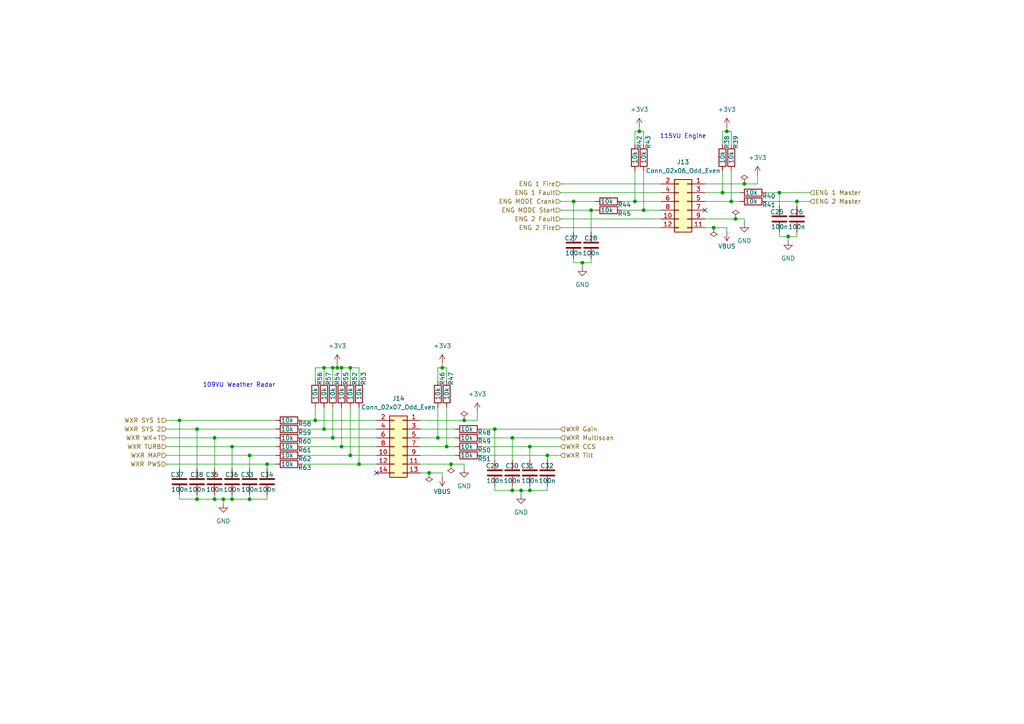
<source format=kicad_sch>
(kicad_sch (version 20231120) (generator "eeschema") (generator_version "8.0")
  (paper "A4")
  (lib_symbols
    (symbol "Connector_Generic:Conn_02x06_Odd_Even" (pin_names (offset 1.016) hide)
      (property "Reference" "J" (at 1.27 7.62 0))
      (property "Value" "Conn_02x06_Odd_Even" (at 1.27 -10.16 0))
      (symbol "Conn_02x06_Odd_Even_1_1"
        (rectangle (start -1.27 -7.493) (end 0 -7.747) (stroke (width 0.1524)))
        (rectangle (start -1.27 -4.953) (end 0 -5.207) (stroke (width 0.1524)))
        (rectangle (start -1.27 -2.413) (end 0 -2.667) (stroke (width 0.1524)))
        (rectangle (start -1.27 0.127) (end 0 -0.127) (stroke (width 0.1524)))
        (rectangle (start -1.27 2.667) (end 0 2.413) (stroke (width 0.1524)))
        (rectangle (start -1.27 5.207) (end 0 4.953) (stroke (width 0.1524)))
        (rectangle (start -1.27 6.35) (end 3.81 -8.89) (stroke (width 0.254)) (fill (type background)))
        (rectangle (start 3.81 -7.493) (end 2.54 -7.747) (stroke (width 0.1524)))
        (rectangle (start 3.81 -4.953) (end 2.54 -5.207) (stroke (width 0.1524)))
        (rectangle (start 3.81 -2.413) (end 2.54 -2.667) (stroke (width 0.1524)))
        (rectangle (start 3.81 0.127) (end 2.54 -0.127) (stroke (width 0.1524)))
        (rectangle (start 3.81 2.667) (end 2.54 2.413) (stroke (width 0.1524)))
        (rectangle (start 3.81 5.207) (end 2.54 4.953) (stroke (width 0.1524)))
        (pin passive line (at -5.08 5.08 0) (length 3.81) (name "Pin_1") (number "1"))
        (pin passive line (at 7.62 -5.08 180) (length 3.81) (name "Pin_10") (number "10"))
        (pin passive line (at -5.08 -7.62 0) (length 3.81) (name "Pin_11") (number "11"))
        (pin passive line (at 7.62 -7.62 180) (length 3.81) (name "Pin_12") (number "12"))
        (pin passive line (at 7.62 5.08 180) (length 3.81) (name "Pin_2") (number "2"))
        (pin passive line (at -5.08 2.54 0) (length 3.81) (name "Pin_3") (number "3"))
        (pin passive line (at 7.62 2.54 180) (length 3.81) (name "Pin_4") (number "4"))
        (pin passive line (at -5.08 0 0) (length 3.81) (name "Pin_5") (number "5"))
        (pin passive line (at 7.62 0 180) (length 3.81) (name "Pin_6") (number "6"))
        (pin passive line (at -5.08 -2.54 0) (length 3.81) (name "Pin_7") (number "7"))
        (pin passive line (at 7.62 -2.54 180) (length 3.81) (name "Pin_8") (number "8"))
        (pin passive line (at -5.08 -5.08 0) (length 3.81) (name "Pin_9") (number "9"))
      )
    )
    (symbol "Connector_Generic:Conn_02x07_Odd_Even" (pin_names (offset 1.016) hide)
      (property "Reference" "J" (at 1.27 10.16 0))
      (property "Value" "Conn_02x07_Odd_Even" (at 1.27 -10.16 0))
      (symbol "Conn_02x07_Odd_Even_1_1"
        (rectangle (start -1.27 -7.493) (end 0 -7.747) (stroke (width 0.1524)))
        (rectangle (start -1.27 -4.953) (end 0 -5.207) (stroke (width 0.1524)))
        (rectangle (start -1.27 -2.413) (end 0 -2.667) (stroke (width 0.1524)))
        (rectangle (start -1.27 0.127) (end 0 -0.127) (stroke (width 0.1524)))
        (rectangle (start -1.27 2.667) (end 0 2.413) (stroke (width 0.1524)))
        (rectangle (start -1.27 5.207) (end 0 4.953) (stroke (width 0.1524)))
        (rectangle (start -1.27 7.747) (end 0 7.493) (stroke (width 0.1524)))
        (rectangle (start -1.27 8.89) (end 3.81 -8.89) (stroke (width 0.254)) (fill (type background)))
        (rectangle (start 3.81 -7.493) (end 2.54 -7.747) (stroke (width 0.1524)))
        (rectangle (start 3.81 -4.953) (end 2.54 -5.207) (stroke (width 0.1524)))
        (rectangle (start 3.81 -2.413) (end 2.54 -2.667) (stroke (width 0.1524)))
        (rectangle (start 3.81 0.127) (end 2.54 -0.127) (stroke (width 0.1524)))
        (rectangle (start 3.81 2.667) (end 2.54 2.413) (stroke (width 0.1524)))
        (rectangle (start 3.81 5.207) (end 2.54 4.953) (stroke (width 0.1524)))
        (rectangle (start 3.81 7.747) (end 2.54 7.493) (stroke (width 0.1524)))
        (pin passive line (at -5.08 7.62 0) (length 3.81) (name "Pin_1") (number "1"))
        (pin passive line (at 7.62 -2.54 180) (length 3.81) (name "Pin_10") (number "10"))
        (pin passive line (at -5.08 -5.08 0) (length 3.81) (name "Pin_11") (number "11"))
        (pin passive line (at 7.62 -5.08 180) (length 3.81) (name "Pin_12") (number "12"))
        (pin passive line (at -5.08 -7.62 0) (length 3.81) (name "Pin_13") (number "13"))
        (pin passive line (at 7.62 -7.62 180) (length 3.81) (name "Pin_14") (number "14"))
        (pin passive line (at 7.62 7.62 180) (length 3.81) (name "Pin_2") (number "2"))
        (pin passive line (at -5.08 5.08 0) (length 3.81) (name "Pin_3") (number "3"))
        (pin passive line (at 7.62 5.08 180) (length 3.81) (name "Pin_4") (number "4"))
        (pin passive line (at -5.08 2.54 0) (length 3.81) (name "Pin_5") (number "5"))
        (pin passive line (at 7.62 2.54 180) (length 3.81) (name "Pin_6") (number "6"))
        (pin passive line (at -5.08 0 0) (length 3.81) (name "Pin_7") (number "7"))
        (pin passive line (at 7.62 0 180) (length 3.81) (name "Pin_8") (number "8"))
        (pin passive line (at -5.08 -2.54 0) (length 3.81) (name "Pin_9") (number "9"))
      )
    )
    (symbol "Device:C" (pin_numbers hide) (pin_names (offset 0.254))
      (property "Reference" "C" (at 0.635 2.54 0))
      (property "Value" "C" (at 0.635 -2.54 0))
      (symbol "C_0_1"
        (polyline (pts (xy -2.032 -0.762) (xy 2.032 -0.762)) (stroke (width 0.508)))
        (polyline (pts (xy -2.032 0.762) (xy 2.032 0.762)) (stroke (width 0.508)))
      )
      (symbol "C_1_1"
        (pin passive line (at 0 3.81 270) (length 2.794) (name "~") (number "1"))
        (pin passive line (at 0 -3.81 90) (length 2.794) (name "~") (number "2"))
      )
    )
    (symbol "Device:R" (pin_numbers hide) (pin_names (offset 0))
      (property "Reference" "R" (at 2.032 0 90))
      (property "Value" "R" (at 0 0 90))
      (symbol "R_0_1"
        (rectangle (start -1.016 -2.54) (end 1.016 2.54) (stroke (width 0.254)))
      )
      (symbol "R_1_1"
        (pin passive line (at 0 3.81 270) (length 1.27) (name "~") (number "1"))
        (pin passive line (at 0 -3.81 90) (length 1.27) (name "~") (number "2"))
      )
    )
    (symbol "power:+3V3" (power) (pin_numbers hide) (pin_names (offset 0) hide)
      (property "Value" "+3V3" (at 0 3.556 0))
      (symbol "+3V3_0_1"
        (polyline (pts (xy -0.762 1.27) (xy 0 2.54)))
        (polyline (pts (xy 0 0) (xy 0 2.54)))
        (polyline (pts (xy 0 2.54) (xy 0.762 1.27)))
      )
      (symbol "+3V3_1_1"
        (pin power_in line (at 0 0 90) (length 0) (name "~") (number "1"))
      )
    )
    (symbol "power:GND" (power) (pin_numbers hide) (pin_names (offset 0) hide)
      (property "Value" "GND" (at 0 -3.81 0))
      (symbol "GND_0_1"
        (polyline (pts (xy 0 0) (xy 0 -1.27) (xy 1.27 -1.27) (xy 0 -2.54) (xy -1.27 -1.27) (xy 0 -1.27)))
      )
      (symbol "GND_1_1"
        (pin power_in line (at 0 0 270) (length 0) (name "~") (number "1"))
      )
    )
    (symbol "power:PWR_FLAG" (power) (pin_numbers hide) (pin_names (offset 0) hide)
      (property "Value" "PWR_FLAG" (at 0 3.81 0))
      (symbol "PWR_FLAG_0_0"
        (pin power_out line (at 0 0 90) (length 0) (name "pwr") (number "1"))
      )
      (symbol "PWR_FLAG_0_1"
        (polyline (pts (xy 0 0) (xy 0 1.27) (xy -1.016 1.905) (xy 0 2.54) (xy 1.016 1.905) (xy 0 1.27)))
      )
    )
    (symbol "power:VBUS" (power) (pin_numbers hide) (pin_names (offset 0) hide)
      (property "Value" "VBUS" (at 0 3.556 0))
      (symbol "VBUS_0_1"
        (polyline (pts (xy -0.762 1.27) (xy 0 2.54)))
        (polyline (pts (xy 0 0) (xy 0 2.54)))
        (polyline (pts (xy 0 2.54) (xy 0.762 1.27)))
      )
      (symbol "VBUS_1_1"
        (pin power_in line (at 0 0 90) (length 0) (name "~") (number "1"))
      )
    )
  )
  (junction (at 153.67 129.54))
  (junction (at 148.59 142.24))
  (junction (at 212.09 58.42))
  (junction (at 171.45 60.96))
  (junction (at 148.59 127))
  (junction (at 91.44 121.92))
  (junction (at 52.07 121.92))
  (junction (at 153.67 142.24))
  (junction (at 104.14 134.62))
  (junction (at 93.98 124.46))
  (junction (at 184.15 58.42))
  (junction (at 226.06 55.88))
  (junction (at 134.62 121.92))
  (junction (at 97.79 106.68))
  (junction (at 67.31 144.78))
  (junction (at 57.15 124.46))
  (junction (at 99.06 106.68))
  (junction (at 128.27 106.68))
  (junction (at 213.36 63.5))
  (junction (at 207.01 66.04))
  (junction (at 101.6 106.68))
  (junction (at 209.55 55.88))
  (junction (at 158.75 132.08))
  (junction (at 168.91 76.2))
  (junction (at 67.31 129.54))
  (junction (at 127 127))
  (junction (at 151.13 142.24))
  (junction (at 210.82 38.1))
  (junction (at 124.46 137.16))
  (junction (at 186.69 60.96))
  (junction (at 62.23 144.78))
  (junction (at 231.14 58.42))
  (junction (at 185.42 38.1))
  (junction (at 77.47 134.62))
  (junction (at 129.54 129.54))
  (junction (at 130.81 134.62))
  (junction (at 96.52 127))
  (junction (at 64.77 144.78))
  (junction (at 166.37 58.42))
  (junction (at 72.39 132.08))
  (junction (at 96.52 106.68))
  (junction (at 57.15 144.78))
  (junction (at 72.39 144.78))
  (junction (at 143.51 124.46))
  (junction (at 101.6 132.08))
  (junction (at 62.23 127))
  (junction (at 215.9 53.34))
  (junction (at 228.6 68.58))
  (junction (at 99.06 129.54))
  (junction (at 93.98 106.68))
  (no_connect (at 204.47 60.96))
  (no_connect (at 109.22 137.16))
  (wire (pts (xy 231.14 68.58) (xy 228.6 68.58)))
  (wire (pts (xy 138.43 119.38) (xy 138.43 121.92)))
  (wire (pts (xy 148.59 127) (xy 148.59 133.35)))
  (wire (pts (xy 72.39 132.08) (xy 80.01 132.08)))
  (wire (pts (xy 158.75 132.08) (xy 158.75 133.35)))
  (wire (pts (xy 212.09 49.53) (xy 212.09 58.42)))
  (wire (pts (xy 52.07 144.78) (xy 57.15 144.78)))
  (wire (pts (xy 93.98 124.46) (xy 109.22 124.46)))
  (wire (pts (xy 77.47 134.62) (xy 80.01 134.62)))
  (wire (pts (xy 139.7 129.54) (xy 153.67 129.54)))
  (wire (pts (xy 101.6 106.68) (xy 101.6 110.49)))
  (wire (pts (xy 204.47 63.5) (xy 213.36 63.5)))
  (wire (pts (xy 228.6 68.58) (xy 226.06 68.58)))
  (wire (pts (xy 184.15 58.42) (xy 191.77 58.42)))
  (wire (pts (xy 180.34 60.96) (xy 186.69 60.96)))
  (wire (pts (xy 213.36 63.5) (xy 215.9 63.5)))
  (wire (pts (xy 121.92 121.92) (xy 134.62 121.92)))
  (wire (pts (xy 67.31 129.54) (xy 67.31 135.89)))
  (wire (pts (xy 67.31 144.78) (xy 64.77 144.78)))
  (wire (pts (xy 158.75 142.24) (xy 153.67 142.24)))
  (wire (pts (xy 72.39 132.08) (xy 72.39 135.89)))
  (wire (pts (xy 91.44 121.92) (xy 109.22 121.92)))
  (wire (pts (xy 162.56 63.5) (xy 191.77 63.5)))
  (wire (pts (xy 207.01 66.04) (xy 210.82 66.04)))
  (wire (pts (xy 101.6 118.11) (xy 101.6 132.08)))
  (wire (pts (xy 121.92 124.46) (xy 132.08 124.46)))
  (wire (pts (xy 212.09 58.42) (xy 214.63 58.42)))
  (wire (pts (xy 185.42 38.1) (xy 185.42 36.83)))
  (wire (pts (xy 134.62 134.62) (xy 134.62 135.89)))
  (wire (pts (xy 222.25 55.88) (xy 226.06 55.88)))
  (wire (pts (xy 99.06 118.11) (xy 99.06 129.54)))
  (wire (pts (xy 104.14 134.62) (xy 109.22 134.62)))
  (wire (pts (xy 77.47 144.78) (xy 72.39 144.78)))
  (wire (pts (xy 48.26 129.54) (xy 67.31 129.54)))
  (wire (pts (xy 48.26 134.62) (xy 77.47 134.62)))
  (wire (pts (xy 139.7 127) (xy 148.59 127)))
  (wire (pts (xy 87.63 121.92) (xy 91.44 121.92)))
  (wire (pts (xy 226.06 55.88) (xy 234.95 55.88)))
  (wire (pts (xy 57.15 144.78) (xy 62.23 144.78)))
  (wire (pts (xy 134.62 121.92) (xy 138.43 121.92)))
  (wire (pts (xy 127 110.49) (xy 127 106.68)))
  (wire (pts (xy 62.23 127) (xy 80.01 127)))
  (wire (pts (xy 171.45 60.96) (xy 172.72 60.96)))
  (wire (pts (xy 62.23 143.51) (xy 62.23 144.78)))
  (wire (pts (xy 153.67 140.97) (xy 153.67 142.24)))
  (wire (pts (xy 91.44 118.11) (xy 91.44 121.92)))
  (wire (pts (xy 127 106.68) (xy 128.27 106.68)))
  (wire (pts (xy 186.69 38.1) (xy 185.42 38.1)))
  (wire (pts (xy 52.07 121.92) (xy 80.01 121.92)))
  (wire (pts (xy 121.92 132.08) (xy 132.08 132.08)))
  (wire (pts (xy 101.6 106.68) (xy 99.06 106.68)))
  (wire (pts (xy 72.39 143.51) (xy 72.39 144.78)))
  (wire (pts (xy 171.45 76.2) (xy 168.91 76.2)))
  (wire (pts (xy 212.09 38.1) (xy 210.82 38.1)))
  (wire (pts (xy 209.55 55.88) (xy 214.63 55.88)))
  (wire (pts (xy 184.15 49.53) (xy 184.15 58.42)))
  (wire (pts (xy 87.63 124.46) (xy 93.98 124.46)))
  (wire (pts (xy 168.91 76.2) (xy 166.37 76.2)))
  (wire (pts (xy 99.06 106.68) (xy 99.06 110.49)))
  (wire (pts (xy 57.15 143.51) (xy 57.15 144.78)))
  (wire (pts (xy 148.59 127) (xy 162.56 127)))
  (wire (pts (xy 209.55 49.53) (xy 209.55 55.88)))
  (wire (pts (xy 129.54 106.68) (xy 128.27 106.68)))
  (wire (pts (xy 64.77 144.78) (xy 64.77 146.05)))
  (wire (pts (xy 209.55 41.91) (xy 209.55 38.1)))
  (wire (pts (xy 121.92 127) (xy 127 127)))
  (wire (pts (xy 96.52 118.11) (xy 96.52 127)))
  (wire (pts (xy 48.26 121.92) (xy 52.07 121.92)))
  (wire (pts (xy 99.06 106.68) (xy 97.79 106.68)))
  (wire (pts (xy 93.98 118.11) (xy 93.98 124.46)))
  (wire (pts (xy 139.7 124.46) (xy 143.51 124.46)))
  (wire (pts (xy 222.25 58.42) (xy 231.14 58.42)))
  (wire (pts (xy 93.98 106.68) (xy 96.52 106.68)))
  (wire (pts (xy 226.06 68.58) (xy 226.06 67.31)))
  (wire (pts (xy 226.06 55.88) (xy 226.06 59.69)))
  (wire (pts (xy 228.6 69.85) (xy 228.6 68.58)))
  (wire (pts (xy 204.47 58.42) (xy 212.09 58.42)))
  (wire (pts (xy 186.69 60.96) (xy 191.77 60.96)))
  (wire (pts (xy 204.47 55.88) (xy 209.55 55.88)))
  (wire (pts (xy 87.63 132.08) (xy 101.6 132.08)))
  (wire (pts (xy 186.69 41.91) (xy 186.69 38.1)))
  (wire (pts (xy 104.14 110.49) (xy 104.14 106.68)))
  (wire (pts (xy 77.47 134.62) (xy 77.47 135.89)))
  (wire (pts (xy 215.9 53.34) (xy 219.71 53.34)))
  (wire (pts (xy 128.27 106.68) (xy 128.27 105.41)))
  (wire (pts (xy 219.71 50.8) (xy 219.71 53.34)))
  (wire (pts (xy 91.44 110.49) (xy 91.44 106.68)))
  (wire (pts (xy 162.56 60.96) (xy 171.45 60.96)))
  (wire (pts (xy 168.91 77.47) (xy 168.91 76.2)))
  (wire (pts (xy 93.98 110.49) (xy 93.98 106.68)))
  (wire (pts (xy 143.51 124.46) (xy 162.56 124.46)))
  (wire (pts (xy 153.67 129.54) (xy 153.67 133.35)))
  (wire (pts (xy 129.54 110.49) (xy 129.54 106.68)))
  (wire (pts (xy 52.07 143.51) (xy 52.07 144.78)))
  (wire (pts (xy 121.92 134.62) (xy 130.81 134.62)))
  (wire (pts (xy 166.37 58.42) (xy 172.72 58.42)))
  (wire (pts (xy 48.26 124.46) (xy 57.15 124.46)))
  (wire (pts (xy 104.14 118.11) (xy 104.14 134.62)))
  (wire (pts (xy 99.06 129.54) (xy 109.22 129.54)))
  (wire (pts (xy 143.51 142.24) (xy 148.59 142.24)))
  (wire (pts (xy 162.56 66.04) (xy 191.77 66.04)))
  (wire (pts (xy 151.13 142.24) (xy 151.13 143.51)))
  (wire (pts (xy 127 127) (xy 132.08 127)))
  (wire (pts (xy 143.51 124.46) (xy 143.51 133.35)))
  (wire (pts (xy 153.67 129.54) (xy 162.56 129.54)))
  (wire (pts (xy 158.75 140.97) (xy 158.75 142.24)))
  (wire (pts (xy 87.63 127) (xy 96.52 127)))
  (wire (pts (xy 87.63 129.54) (xy 99.06 129.54)))
  (wire (pts (xy 186.69 49.53) (xy 186.69 60.96)))
  (wire (pts (xy 52.07 121.92) (xy 52.07 135.89)))
  (wire (pts (xy 153.67 142.24) (xy 151.13 142.24)))
  (wire (pts (xy 87.63 134.62) (xy 104.14 134.62)))
  (wire (pts (xy 67.31 129.54) (xy 80.01 129.54)))
  (wire (pts (xy 139.7 132.08) (xy 158.75 132.08)))
  (wire (pts (xy 121.92 129.54) (xy 129.54 129.54)))
  (wire (pts (xy 210.82 67.31) (xy 210.82 66.04)))
  (wire (pts (xy 129.54 118.11) (xy 129.54 129.54)))
  (wire (pts (xy 62.23 144.78) (xy 64.77 144.78)))
  (wire (pts (xy 204.47 66.04) (xy 207.01 66.04)))
  (wire (pts (xy 231.14 58.42) (xy 234.95 58.42)))
  (wire (pts (xy 104.14 106.68) (xy 101.6 106.68)))
  (wire (pts (xy 129.54 129.54) (xy 132.08 129.54)))
  (wire (pts (xy 162.56 53.34) (xy 191.77 53.34)))
  (wire (pts (xy 143.51 140.97) (xy 143.51 142.24)))
  (wire (pts (xy 148.59 142.24) (xy 151.13 142.24)))
  (wire (pts (xy 231.14 67.31) (xy 231.14 68.58)))
  (wire (pts (xy 97.79 106.68) (xy 97.79 105.41)))
  (wire (pts (xy 48.26 127) (xy 62.23 127)))
  (wire (pts (xy 57.15 124.46) (xy 57.15 135.89)))
  (wire (pts (xy 57.15 124.46) (xy 80.01 124.46)))
  (wire (pts (xy 128.27 138.43) (xy 128.27 137.16)))
  (wire (pts (xy 91.44 106.68) (xy 93.98 106.68)))
  (wire (pts (xy 121.92 137.16) (xy 124.46 137.16)))
  (wire (pts (xy 171.45 60.96) (xy 171.45 67.31)))
  (wire (pts (xy 96.52 106.68) (xy 97.79 106.68)))
  (wire (pts (xy 166.37 76.2) (xy 166.37 74.93)))
  (wire (pts (xy 67.31 143.51) (xy 67.31 144.78)))
  (wire (pts (xy 96.52 127) (xy 109.22 127)))
  (wire (pts (xy 171.45 74.93) (xy 171.45 76.2)))
  (wire (pts (xy 162.56 58.42) (xy 166.37 58.42)))
  (wire (pts (xy 210.82 38.1) (xy 210.82 36.83)))
  (wire (pts (xy 48.26 132.08) (xy 72.39 132.08)))
  (wire (pts (xy 184.15 38.1) (xy 185.42 38.1)))
  (wire (pts (xy 184.15 41.91) (xy 184.15 38.1)))
  (wire (pts (xy 77.47 143.51) (xy 77.47 144.78)))
  (wire (pts (xy 130.81 134.62) (xy 134.62 134.62)))
  (wire (pts (xy 209.55 38.1) (xy 210.82 38.1)))
  (wire (pts (xy 158.75 132.08) (xy 162.56 132.08)))
  (wire (pts (xy 204.47 53.34) (xy 215.9 53.34)))
  (wire (pts (xy 72.39 144.78) (xy 67.31 144.78)))
  (wire (pts (xy 215.9 63.5) (xy 215.9 64.77)))
  (wire (pts (xy 180.34 58.42) (xy 184.15 58.42)))
  (wire (pts (xy 62.23 127) (xy 62.23 135.89)))
  (wire (pts (xy 101.6 132.08) (xy 109.22 132.08)))
  (wire (pts (xy 127 118.11) (xy 127 127)))
  (wire (pts (xy 148.59 140.97) (xy 148.59 142.24)))
  (wire (pts (xy 124.46 137.16) (xy 128.27 137.16)))
  (wire (pts (xy 96.52 110.49) (xy 96.52 106.68)))
  (wire (pts (xy 212.09 41.91) (xy 212.09 38.1)))
  (wire (pts (xy 162.56 55.88) (xy 191.77 55.88)))
  (wire (pts (xy 231.14 58.42) (xy 231.14 59.69)))
  (wire (pts (xy 166.37 67.31) (xy 166.37 58.42)))
  (text "115VU Engine" (at 198.12 39.624 0) (effects (font (size 1.27 1.27))))
  (text "109VU Weather Radar" (at 69.342 111.76 0) (effects (font (size 1.27 1.27))))
  (hierarchical_label "ENG 1 Master" (shape input) (at 234.95 55.88 0))
  (hierarchical_label "ENG 2 Master" (shape input) (at 234.95 58.42 0))
  (hierarchical_label "ENG 2 Fire" (shape input) (at 162.56 66.04 180))
  (hierarchical_label "WXR WX+T" (shape input) (at 48.26 127 180))
  (hierarchical_label "WXR Multiscan" (shape input) (at 162.56 127 0))
  (hierarchical_label "WXR Gain" (shape input) (at 162.56 124.46 0))
  (hierarchical_label "WXR TURB" (shape input) (at 48.26 129.54 180))
  (hierarchical_label "ENG 2 Fault" (shape input) (at 162.56 63.5 180))
  (hierarchical_label "ENG 1 Fault" (shape input) (at 162.56 55.88 180))
  (hierarchical_label "WXR CCS" (shape input) (at 162.56 129.54 0))
  (hierarchical_label "WXR SYS 2" (shape input) (at 48.26 124.46 180))
  (hierarchical_label "ENG MODE Start" (shape input) (at 162.56 60.96 180))
  (hierarchical_label "ENG 1 Fire" (shape input) (at 162.56 53.34 180))
  (hierarchical_label "WXR MAP" (shape input) (at 48.26 132.08 180))
  (hierarchical_label "WXR SYS 1" (shape input) (at 48.26 121.92 180))
  (hierarchical_label "ENG MODE Crank" (shape input) (at 162.56 58.42 180))
  (hierarchical_label "WXR PWS" (shape input) (at 48.26 134.62 180))
  (hierarchical_label "WXR Tilt" (shape input) (at 162.56 132.08 0))
  (symbol (lib_id "Device:R") (at 83.82 121.92 270) (mirror x) (unit 1)
    (property "Reference" "R58" (at 88.392 122.936 90))
    (property "Value" "10k" (at 83.312 121.92 90))
    (property "Footprint" "Resistor_SMD:R_0603_1608Metric" (effects (hide yes)))
    (property "Datasheet" "https://www.lcsc.com/datasheet/lcsc_datasheet_2206010045_UNI-ROYAL-Uniroyal-Elec-0603WAF1002T5E_C25804.pdf" (effects (hide yes)))
    (property "Description" "Resistor" (effects (hide yes)))
    (property "JLCPCB Part" "C25804" (effects (hide yes)))
    (property "Manufracturer" "UNI-ROYAL(Uniroyal Elec)" (effects (hide yes)))
    (property "Manufracturer Part Number" "0603WAF1002T5E" (effects (hide yes)))
  )
  (symbol (lib_id "power:GND") (at 215.9 64.77 0) (unit 1)
    (property "Reference" "#PWR056" (effects (hide yes)))
    (property "Value" "GND" (at 215.9 69.85 0))
  )
  (symbol (lib_id "Device:R") (at 135.89 124.46 270) (mirror x) (unit 1)
    (property "Reference" "R48" (at 140.462 125.476 90))
    (property "Value" "10k" (at 135.382 124.46 90))
    (property "Footprint" "Resistor_SMD:R_0603_1608Metric" (effects (hide yes)))
    (property "Datasheet" "https://www.lcsc.com/datasheet/lcsc_datasheet_2206010045_UNI-ROYAL-Uniroyal-Elec-0603WAF1002T5E_C25804.pdf" (effects (hide yes)))
    (property "Description" "Resistor" (effects (hide yes)))
    (property "JLCPCB Part" "C25804" (effects (hide yes)))
    (property "Manufracturer" "UNI-ROYAL(Uniroyal Elec)" (effects (hide yes)))
    (property "Manufracturer Part Number" "0603WAF1002T5E" (effects (hide yes)))
  )
  (symbol (lib_id "Device:C") (at 158.75 137.16 180) (unit 1)
    (property "Reference" "C32" (at 156.718 135.128 0) (effects (justify right)))
    (property "Value" "100n" (at 156.21 139.446 0) (effects (justify right)))
    (property "Footprint" "Capacitor_SMD:C_0603_1608Metric" (effects (hide yes)))
    (property "Datasheet" "https://www.lcsc.com/datasheet/lcsc_datasheet_2211101700_YAGEO-CC0603KRX7R9BB104_C14663.pdf" (effects (hide yes)))
    (property "Description" "Unpolarized capacitor" (effects (hide yes)))
    (property "JLCPCB Part" "C14663" (effects (hide yes)))
    (property "Manufracturer" "YAGEO" (effects (hide yes)))
    (property "Manufracturer Part Number" "CC0603KRX7R9BB104" (effects (hide yes)))
  )
  (symbol (lib_id "power:PWR_FLAG") (at 134.62 121.92 0) (unit 1)
    (property "Reference" "#FLG015" (effects (hide yes)))
    (property "Value" "PWR_FLAG" (effects (hide yes)))
  )
  (symbol (lib_id "Device:R") (at 96.52 114.3 0) (mirror x) (unit 1)
    (property "Reference" "R54" (at 97.79 111.76 90) (effects (justify right)))
    (property "Value" "10k" (at 96.52 116.078 90) (effects (justify right)))
    (property "Footprint" "Resistor_SMD:R_0603_1608Metric" (effects (hide yes)))
    (property "Datasheet" "https://www.lcsc.com/datasheet/lcsc_datasheet_2206010045_UNI-ROYAL-Uniroyal-Elec-0603WAF1002T5E_C25804.pdf" (effects (hide yes)))
    (property "Description" "Resistor" (effects (hide yes)))
    (property "JLCPCB Part" "C25804" (effects (hide yes)))
    (property "Manufracturer" "UNI-ROYAL(Uniroyal Elec)" (effects (hide yes)))
    (property "Manufracturer Part Number" "0603WAF1002T5E" (effects (hide yes)))
  )
  (symbol (lib_id "power:GND") (at 228.6 69.85 0) (unit 1)
    (property "Reference" "#PWR057" (effects (hide yes)))
    (property "Value" "GND" (at 228.6 74.93 0))
  )
  (symbol (lib_id "Device:R") (at 209.55 45.72 0) (mirror x) (unit 1)
    (property "Reference" "R38" (at 210.82 43.18 90) (effects (justify right)))
    (property "Value" "10k" (at 209.55 47.498 90) (effects (justify right)))
    (property "Footprint" "Resistor_SMD:R_0603_1608Metric" (effects (hide yes)))
    (property "Datasheet" "https://www.lcsc.com/datasheet/lcsc_datasheet_2206010045_UNI-ROYAL-Uniroyal-Elec-0603WAF1002T5E_C25804.pdf" (effects (hide yes)))
    (property "Description" "Resistor" (effects (hide yes)))
    (property "JLCPCB Part" "C25804" (effects (hide yes)))
    (property "Manufracturer" "UNI-ROYAL(Uniroyal Elec)" (effects (hide yes)))
    (property "Manufracturer Part Number" "0603WAF1002T5E" (effects (hide yes)))
  )
  (symbol (lib_id "Device:C") (at 148.59 137.16 180) (unit 1)
    (property "Reference" "C30" (at 146.558 135.128 0) (effects (justify right)))
    (property "Value" "100n" (at 146.05 139.446 0) (effects (justify right)))
    (property "Footprint" "Capacitor_SMD:C_0603_1608Metric" (effects (hide yes)))
    (property "Datasheet" "https://www.lcsc.com/datasheet/lcsc_datasheet_2211101700_YAGEO-CC0603KRX7R9BB104_C14663.pdf" (effects (hide yes)))
    (property "Description" "Unpolarized capacitor" (effects (hide yes)))
    (property "JLCPCB Part" "C14663" (effects (hide yes)))
    (property "Manufracturer" "YAGEO" (effects (hide yes)))
    (property "Manufracturer Part Number" "CC0603KRX7R9BB104" (effects (hide yes)))
  )
  (symbol (lib_id "power:+3V3") (at 185.42 36.83 0) (unit 1)
    (property "Reference" "#PWR059" (effects (hide yes)))
    (property "Value" "+3V3" (at 185.42 31.75 0))
  )
  (symbol (lib_id "Device:R") (at 184.15 45.72 0) (mirror x) (unit 1)
    (property "Reference" "R42" (at 185.42 43.18 90) (effects (justify right)))
    (property "Value" "10k" (at 184.15 47.498 90) (effects (justify right)))
    (property "Footprint" "Resistor_SMD:R_0603_1608Metric" (effects (hide yes)))
    (property "Datasheet" "https://www.lcsc.com/datasheet/lcsc_datasheet_2206010045_UNI-ROYAL-Uniroyal-Elec-0603WAF1002T5E_C25804.pdf" (effects (hide yes)))
    (property "Description" "Resistor" (effects (hide yes)))
    (property "JLCPCB Part" "C25804" (effects (hide yes)))
    (property "Manufracturer" "UNI-ROYAL(Uniroyal Elec)" (effects (hide yes)))
    (property "Manufracturer Part Number" "0603WAF1002T5E" (effects (hide yes)))
  )
  (symbol (lib_id "power:GND") (at 168.91 77.47 0) (unit 1)
    (property "Reference" "#PWR060" (effects (hide yes)))
    (property "Value" "GND" (at 168.91 82.55 0))
  )
  (symbol (lib_id "Device:R") (at 129.54 114.3 180) (unit 1)
    (property "Reference" "R47" (at 130.81 111.76 90) (effects (justify right)))
    (property "Value" "10k" (at 129.54 116.078 90) (effects (justify right)))
    (property "Footprint" "Resistor_SMD:R_0603_1608Metric" (effects (hide yes)))
    (property "Datasheet" "https://www.lcsc.com/datasheet/lcsc_datasheet_2206010045_UNI-ROYAL-Uniroyal-Elec-0603WAF1002T5E_C25804.pdf" (effects (hide yes)))
    (property "Description" "Resistor" (effects (hide yes)))
    (property "JLCPCB Part" "C25804" (effects (hide yes)))
    (property "Manufracturer" "UNI-ROYAL(Uniroyal Elec)" (effects (hide yes)))
    (property "Manufracturer Part Number" "0603WAF1002T5E" (effects (hide yes)))
  )
  (symbol (lib_id "Device:R") (at 135.89 127 90) (unit 1)
    (property "Reference" "R49" (at 140.462 128.016 90))
    (property "Value" "10k" (at 135.382 127 90))
    (property "Footprint" "Resistor_SMD:R_0603_1608Metric" (effects (hide yes)))
    (property "Datasheet" "https://www.lcsc.com/datasheet/lcsc_datasheet_2206010045_UNI-ROYAL-Uniroyal-Elec-0603WAF1002T5E_C25804.pdf" (effects (hide yes)))
    (property "Description" "Resistor" (effects (hide yes)))
    (property "JLCPCB Part" "C25804" (effects (hide yes)))
    (property "Manufracturer" "UNI-ROYAL(Uniroyal Elec)" (effects (hide yes)))
    (property "Manufracturer Part Number" "0603WAF1002T5E" (effects (hide yes)))
  )
  (symbol (lib_id "Device:R") (at 83.82 134.62 90) (unit 1)
    (property "Reference" "R63" (at 88.392 135.636 90))
    (property "Value" "10k" (at 83.312 134.62 90))
    (property "Footprint" "Resistor_SMD:R_0603_1608Metric" (effects (hide yes)))
    (property "Datasheet" "https://www.lcsc.com/datasheet/lcsc_datasheet_2206010045_UNI-ROYAL-Uniroyal-Elec-0603WAF1002T5E_C25804.pdf" (effects (hide yes)))
    (property "Description" "Resistor" (effects (hide yes)))
    (property "JLCPCB Part" "C25804" (effects (hide yes)))
    (property "Manufracturer" "UNI-ROYAL(Uniroyal Elec)" (effects (hide yes)))
    (property "Manufracturer Part Number" "0603WAF1002T5E" (effects (hide yes)))
  )
  (symbol (lib_id "Device:R") (at 212.09 45.72 180) (unit 1)
    (property "Reference" "R39" (at 213.36 43.18 90) (effects (justify right)))
    (property "Value" "10k" (at 212.09 47.498 90) (effects (justify right)))
    (property "Footprint" "Resistor_SMD:R_0603_1608Metric" (effects (hide yes)))
    (property "Datasheet" "https://www.lcsc.com/datasheet/lcsc_datasheet_2206010045_UNI-ROYAL-Uniroyal-Elec-0603WAF1002T5E_C25804.pdf" (effects (hide yes)))
    (property "Description" "Resistor" (effects (hide yes)))
    (property "JLCPCB Part" "C25804" (effects (hide yes)))
    (property "Manufracturer" "UNI-ROYAL(Uniroyal Elec)" (effects (hide yes)))
    (property "Manufracturer Part Number" "0603WAF1002T5E" (effects (hide yes)))
  )
  (symbol (lib_id "Device:C") (at 77.47 139.7 180) (unit 1)
    (property "Reference" "C34" (at 75.438 137.668 0) (effects (justify right)))
    (property "Value" "100n" (at 74.93 141.986 0) (effects (justify right)))
    (property "Footprint" "Capacitor_SMD:C_0603_1608Metric" (effects (hide yes)))
    (property "Datasheet" "https://www.lcsc.com/datasheet/lcsc_datasheet_2211101700_YAGEO-CC0603KRX7R9BB104_C14663.pdf" (effects (hide yes)))
    (property "Description" "Unpolarized capacitor" (effects (hide yes)))
    (property "JLCPCB Part" "C14663" (effects (hide yes)))
    (property "Manufracturer" "YAGEO" (effects (hide yes)))
    (property "Manufracturer Part Number" "CC0603KRX7R9BB104" (effects (hide yes)))
  )
  (symbol (lib_id "power:VBUS") (at 128.27 138.43 180) (unit 1)
    (property "Reference" "#PWR062" (effects (hide yes)))
    (property "Value" "VBUS" (at 128.27 142.5631 0))
  )
  (symbol (lib_id "Device:R") (at 83.82 124.46 90) (unit 1)
    (property "Reference" "R59" (at 88.392 125.476 90))
    (property "Value" "10k" (at 83.312 124.46 90))
    (property "Footprint" "Resistor_SMD:R_0603_1608Metric" (effects (hide yes)))
    (property "Datasheet" "https://www.lcsc.com/datasheet/lcsc_datasheet_2206010045_UNI-ROYAL-Uniroyal-Elec-0603WAF1002T5E_C25804.pdf" (effects (hide yes)))
    (property "Description" "Resistor" (effects (hide yes)))
    (property "JLCPCB Part" "C25804" (effects (hide yes)))
    (property "Manufracturer" "UNI-ROYAL(Uniroyal Elec)" (effects (hide yes)))
    (property "Manufracturer Part Number" "0603WAF1002T5E" (effects (hide yes)))
  )
  (symbol (lib_id "Device:C") (at 226.06 63.5 0) (mirror x) (unit 1)
    (property "Reference" "C25" (at 227.33 61.468 0) (effects (justify right)))
    (property "Value" "100n" (at 228.6 65.786 0) (effects (justify right)))
    (property "Footprint" "Capacitor_SMD:C_0603_1608Metric" (effects (hide yes)))
    (property "Datasheet" "https://www.lcsc.com/datasheet/lcsc_datasheet_2211101700_YAGEO-CC0603KRX7R9BB104_C14663.pdf" (effects (hide yes)))
    (property "Description" "Unpolarized capacitor" (effects (hide yes)))
    (property "JLCPCB Part" "C14663" (effects (hide yes)))
    (property "Manufracturer" "YAGEO" (effects (hide yes)))
    (property "Manufracturer Part Number" "CC0603KRX7R9BB104" (effects (hide yes)))
  )
  (symbol (lib_id "Device:R") (at 176.53 58.42 270) (mirror x) (unit 1)
    (property "Reference" "R44" (at 181.102 59.436 90))
    (property "Value" "10k" (at 176.022 58.42 90))
    (property "Footprint" "Resistor_SMD:R_0603_1608Metric" (effects (hide yes)))
    (property "Datasheet" "https://www.lcsc.com/datasheet/lcsc_datasheet_2206010045_UNI-ROYAL-Uniroyal-Elec-0603WAF1002T5E_C25804.pdf" (effects (hide yes)))
    (property "Description" "Resistor" (effects (hide yes)))
    (property "JLCPCB Part" "C25804" (effects (hide yes)))
    (property "Manufracturer" "UNI-ROYAL(Uniroyal Elec)" (effects (hide yes)))
    (property "Manufracturer Part Number" "0603WAF1002T5E" (effects (hide yes)))
  )
  (symbol (lib_id "Device:R") (at 99.06 114.3 180) (unit 1)
    (property "Reference" "R55" (at 100.33 111.76 90) (effects (justify right)))
    (property "Value" "10k" (at 99.06 116.078 90) (effects (justify right)))
    (property "Footprint" "Resistor_SMD:R_0603_1608Metric" (effects (hide yes)))
    (property "Datasheet" "https://www.lcsc.com/datasheet/lcsc_datasheet_2206010045_UNI-ROYAL-Uniroyal-Elec-0603WAF1002T5E_C25804.pdf" (effects (hide yes)))
    (property "Description" "Resistor" (effects (hide yes)))
    (property "JLCPCB Part" "C25804" (effects (hide yes)))
    (property "Manufracturer" "UNI-ROYAL(Uniroyal Elec)" (effects (hide yes)))
    (property "Manufracturer Part Number" "0603WAF1002T5E" (effects (hide yes)))
  )
  (symbol (lib_id "power:+3V3") (at 128.27 105.41 0) (unit 1)
    (property "Reference" "#PWR064" (effects (hide yes)))
    (property "Value" "+3V3" (at 128.27 100.33 0))
  )
  (symbol (lib_id "Device:R") (at 93.98 114.3 180) (unit 1)
    (property "Reference" "R57" (at 95.25 111.76 90) (effects (justify right)))
    (property "Value" "10k" (at 93.98 116.078 90) (effects (justify right)))
    (property "Footprint" "Resistor_SMD:R_0603_1608Metric" (effects (hide yes)))
    (property "Datasheet" "https://www.lcsc.com/datasheet/lcsc_datasheet_2206010045_UNI-ROYAL-Uniroyal-Elec-0603WAF1002T5E_C25804.pdf" (effects (hide yes)))
    (property "Description" "Resistor" (effects (hide yes)))
    (property "JLCPCB Part" "C25804" (effects (hide yes)))
    (property "Manufracturer" "UNI-ROYAL(Uniroyal Elec)" (effects (hide yes)))
    (property "Manufracturer Part Number" "0603WAF1002T5E" (effects (hide yes)))
  )
  (symbol (lib_id "power:+3V3") (at 219.71 50.8 0) (unit 1)
    (property "Reference" "#PWR054" (effects (hide yes)))
    (property "Value" "+3V3" (at 219.71 45.72 0))
  )
  (symbol (lib_id "power:PWR_FLAG") (at 215.9 53.34 0) (unit 1)
    (property "Reference" "#FLG012" (effects (hide yes)))
    (property "Value" "PWR_FLAG" (effects (hide yes)))
  )
  (symbol (lib_id "power:+3V3") (at 210.82 36.83 0) (unit 1)
    (property "Reference" "#PWR058" (effects (hide yes)))
    (property "Value" "+3V3" (at 210.82 31.75 0))
  )
  (symbol (lib_id "Device:R") (at 176.53 60.96 90) (unit 1)
    (property "Reference" "R45" (at 181.102 61.976 90))
    (property "Value" "10k" (at 176.022 60.96 90))
    (property "Footprint" "Resistor_SMD:R_0603_1608Metric" (effects (hide yes)))
    (property "Datasheet" "https://www.lcsc.com/datasheet/lcsc_datasheet_2206010045_UNI-ROYAL-Uniroyal-Elec-0603WAF1002T5E_C25804.pdf" (effects (hide yes)))
    (property "Description" "Resistor" (effects (hide yes)))
    (property "JLCPCB Part" "C25804" (effects (hide yes)))
    (property "Manufracturer" "UNI-ROYAL(Uniroyal Elec)" (effects (hide yes)))
    (property "Manufracturer Part Number" "0603WAF1002T5E" (effects (hide yes)))
  )
  (symbol (lib_id "Device:R") (at 83.82 127 270) (mirror x) (unit 1)
    (property "Reference" "R60" (at 88.392 128.016 90))
    (property "Value" "10k" (at 83.312 127 90))
    (property "Footprint" "Resistor_SMD:R_0603_1608Metric" (effects (hide yes)))
    (property "Datasheet" "https://www.lcsc.com/datasheet/lcsc_datasheet_2206010045_UNI-ROYAL-Uniroyal-Elec-0603WAF1002T5E_C25804.pdf" (effects (hide yes)))
    (property "Description" "Resistor" (effects (hide yes)))
    (property "JLCPCB Part" "C25804" (effects (hide yes)))
    (property "Manufracturer" "UNI-ROYAL(Uniroyal Elec)" (effects (hide yes)))
    (property "Manufracturer Part Number" "0603WAF1002T5E" (effects (hide yes)))
  )
  (symbol (lib_id "power:+3V3") (at 138.43 119.38 0) (unit 1)
    (property "Reference" "#PWR061" (effects (hide yes)))
    (property "Value" "+3V3" (at 138.43 114.3 0))
  )
  (symbol (lib_id "Device:R") (at 186.69 45.72 180) (unit 1)
    (property "Reference" "R43" (at 187.96 43.18 90) (effects (justify right)))
    (property "Value" "10k" (at 186.69 47.498 90) (effects (justify right)))
    (property "Footprint" "Resistor_SMD:R_0603_1608Metric" (effects (hide yes)))
    (property "Datasheet" "https://www.lcsc.com/datasheet/lcsc_datasheet_2206010045_UNI-ROYAL-Uniroyal-Elec-0603WAF1002T5E_C25804.pdf" (effects (hide yes)))
    (property "Description" "Resistor" (effects (hide yes)))
    (property "JLCPCB Part" "C25804" (effects (hide yes)))
    (property "Manufracturer" "UNI-ROYAL(Uniroyal Elec)" (effects (hide yes)))
    (property "Manufracturer Part Number" "0603WAF1002T5E" (effects (hide yes)))
  )
  (symbol (lib_id "power:PWR_FLAG") (at 213.36 63.5 0) (unit 1)
    (property "Reference" "#FLG014" (effects (hide yes)))
    (property "Value" "PWR_FLAG" (effects (hide yes)))
  )
  (symbol (lib_id "power:GND") (at 134.62 135.89 0) (unit 1)
    (property "Reference" "#PWR063" (effects (hide yes)))
    (property "Value" "GND" (at 134.62 140.97 0))
  )
  (symbol (lib_id "power:PWR_FLAG") (at 124.46 137.16 180) (unit 1)
    (property "Reference" "#FLG016" (effects (hide yes)))
    (property "Value" "PWR_FLAG" (effects (hide yes)))
  )
  (symbol (lib_id "Device:R") (at 218.44 55.88 270) (mirror x) (unit 1)
    (property "Reference" "R40" (at 223.012 56.896 90))
    (property "Value" "10k" (at 217.932 55.88 90))
    (property "Footprint" "Resistor_SMD:R_0603_1608Metric" (effects (hide yes)))
    (property "Datasheet" "https://www.lcsc.com/datasheet/lcsc_datasheet_2206010045_UNI-ROYAL-Uniroyal-Elec-0603WAF1002T5E_C25804.pdf" (effects (hide yes)))
    (property "Description" "Resistor" (effects (hide yes)))
    (property "JLCPCB Part" "C25804" (effects (hide yes)))
    (property "Manufracturer" "UNI-ROYAL(Uniroyal Elec)" (effects (hide yes)))
    (property "Manufracturer Part Number" "0603WAF1002T5E" (effects (hide yes)))
  )
  (symbol (lib_id "Device:C") (at 166.37 71.12 0) (mirror x) (unit 1)
    (property "Reference" "C27" (at 167.64 69.088 0) (effects (justify right)))
    (property "Value" "100n" (at 168.91 73.406 0) (effects (justify right)))
    (property "Footprint" "Capacitor_SMD:C_0603_1608Metric" (effects (hide yes)))
    (property "Datasheet" "https://www.lcsc.com/datasheet/lcsc_datasheet_2211101700_YAGEO-CC0603KRX7R9BB104_C14663.pdf" (effects (hide yes)))
    (property "Description" "Unpolarized capacitor" (effects (hide yes)))
    (property "JLCPCB Part" "C14663" (effects (hide yes)))
    (property "Manufracturer" "YAGEO" (effects (hide yes)))
    (property "Manufracturer Part Number" "CC0603KRX7R9BB104" (effects (hide yes)))
  )
  (symbol (lib_id "Device:R") (at 218.44 58.42 90) (unit 1)
    (property "Reference" "R41" (at 223.012 59.436 90))
    (property "Value" "10k" (at 217.932 58.42 90))
    (property "Footprint" "Resistor_SMD:R_0603_1608Metric" (effects (hide yes)))
    (property "Datasheet" "https://www.lcsc.com/datasheet/lcsc_datasheet_2206010045_UNI-ROYAL-Uniroyal-Elec-0603WAF1002T5E_C25804.pdf" (effects (hide yes)))
    (property "Description" "Resistor" (effects (hide yes)))
    (property "JLCPCB Part" "C25804" (effects (hide yes)))
    (property "Manufracturer" "UNI-ROYAL(Uniroyal Elec)" (effects (hide yes)))
    (property "Manufracturer Part Number" "0603WAF1002T5E" (effects (hide yes)))
  )
  (symbol (lib_id "Device:C") (at 143.51 137.16 0) (mirror x) (unit 1)
    (property "Reference" "C29" (at 144.78 135.128 0) (effects (justify right)))
    (property "Value" "100n" (at 146.05 139.446 0) (effects (justify right)))
    (property "Footprint" "Capacitor_SMD:C_0603_1608Metric" (effects (hide yes)))
    (property "Datasheet" "https://www.lcsc.com/datasheet/lcsc_datasheet_2211101700_YAGEO-CC0603KRX7R9BB104_C14663.pdf" (effects (hide yes)))
    (property "Description" "Unpolarized capacitor" (effects (hide yes)))
    (property "JLCPCB Part" "C14663" (effects (hide yes)))
    (property "Manufracturer" "YAGEO" (effects (hide yes)))
    (property "Manufracturer Part Number" "CC0603KRX7R9BB104" (effects (hide yes)))
  )
  (symbol (lib_id "power:VBUS") (at 210.82 67.31 180) (unit 1)
    (property "Reference" "#PWR055" (effects (hide yes)))
    (property "Value" "VBUS" (at 210.82 71.4431 0))
  )
  (symbol (lib_id "power:PWR_FLAG") (at 207.01 66.04 180) (unit 1)
    (property "Reference" "#FLG013" (effects (hide yes)))
    (property "Value" "PWR_FLAG" (effects (hide yes)))
  )
  (symbol (lib_id "Device:C") (at 57.15 139.7 180) (unit 1)
    (property "Reference" "C38" (at 55.118 137.668 0) (effects (justify right)))
    (property "Value" "100n" (at 54.61 141.986 0) (effects (justify right)))
    (property "Footprint" "Capacitor_SMD:C_0603_1608Metric" (effects (hide yes)))
    (property "Datasheet" "https://www.lcsc.com/datasheet/lcsc_datasheet_2211101700_YAGEO-CC0603KRX7R9BB104_C14663.pdf" (effects (hide yes)))
    (property "Description" "Unpolarized capacitor" (effects (hide yes)))
    (property "JLCPCB Part" "C14663" (effects (hide yes)))
    (property "Manufracturer" "YAGEO" (effects (hide yes)))
    (property "Manufracturer Part Number" "CC0603KRX7R9BB104" (effects (hide yes)))
  )
  (symbol (lib_id "Device:R") (at 127 114.3 0) (mirror x) (unit 1)
    (property "Reference" "R46" (at 128.27 111.76 90) (effects (justify right)))
    (property "Value" "10k" (at 127 116.078 90) (effects (justify right)))
    (property "Footprint" "Resistor_SMD:R_0603_1608Metric" (effects (hide yes)))
    (property "Datasheet" "https://www.lcsc.com/datasheet/lcsc_datasheet_2206010045_UNI-ROYAL-Uniroyal-Elec-0603WAF1002T5E_C25804.pdf" (effects (hide yes)))
    (property "Description" "Resistor" (effects (hide yes)))
    (property "JLCPCB Part" "C25804" (effects (hide yes)))
    (property "Manufracturer" "UNI-ROYAL(Uniroyal Elec)" (effects (hide yes)))
    (property "Manufracturer Part Number" "0603WAF1002T5E" (effects (hide yes)))
  )
  (symbol (lib_id "power:GND") (at 151.13 143.51 0) (unit 1)
    (property "Reference" "#PWR065" (effects (hide yes)))
    (property "Value" "GND" (at 151.13 148.59 0))
  )
  (symbol (lib_id "Connector_Generic:Conn_02x07_Odd_Even") (at 116.84 129.54 0) (mirror y) (unit 1)
    (property "Reference" "J14" (at 115.57 115.57 0))
    (property "Value" "Conn_02x07_Odd_Even" (at 115.57 118.11 0))
    (property "Footprint" "Connector_IDC:IDC-Header_2x07_P2.54mm_Vertical" (effects (hide yes)))
  )
  (symbol (lib_id "power:PWR_FLAG") (at 130.81 134.62 180) (unit 1)
    (property "Reference" "#FLG017" (effects (hide yes)))
    (property "Value" "PWR_FLAG" (effects (hide yes)))
  )
  (symbol (lib_id "Device:C") (at 171.45 71.12 180) (unit 1)
    (property "Reference" "C28" (at 169.418 69.088 0) (effects (justify right)))
    (property "Value" "100n" (at 168.91 73.406 0) (effects (justify right)))
    (property "Footprint" "Capacitor_SMD:C_0603_1608Metric" (effects (hide yes)))
    (property "Datasheet" "https://www.lcsc.com/datasheet/lcsc_datasheet_2211101700_YAGEO-CC0603KRX7R9BB104_C14663.pdf" (effects (hide yes)))
    (property "Description" "Unpolarized capacitor" (effects (hide yes)))
    (property "JLCPCB Part" "C14663" (effects (hide yes)))
    (property "Manufracturer" "YAGEO" (effects (hide yes)))
    (property "Manufracturer Part Number" "CC0603KRX7R9BB104" (effects (hide yes)))
  )
  (symbol (lib_id "Device:C") (at 231.14 63.5 180) (unit 1)
    (property "Reference" "C26" (at 229.108 61.468 0) (effects (justify right)))
    (property "Value" "100n" (at 228.6 65.786 0) (effects (justify right)))
    (property "Footprint" "Capacitor_SMD:C_0603_1608Metric" (effects (hide yes)))
    (property "Datasheet" "https://www.lcsc.com/datasheet/lcsc_datasheet_2211101700_YAGEO-CC0603KRX7R9BB104_C14663.pdf" (effects (hide yes)))
    (property "Description" "Unpolarized capacitor" (effects (hide yes)))
    (property "JLCPCB Part" "C14663" (effects (hide yes)))
    (property "Manufracturer" "YAGEO" (effects (hide yes)))
    (property "Manufracturer Part Number" "CC0603KRX7R9BB104" (effects (hide yes)))
  )
  (symbol (lib_id "Device:C") (at 52.07 139.7 0) (mirror x) (unit 1)
    (property "Reference" "C37" (at 53.34 137.668 0) (effects (justify right)))
    (property "Value" "100n" (at 54.61 141.986 0) (effects (justify right)))
    (property "Footprint" "Capacitor_SMD:C_0603_1608Metric" (effects (hide yes)))
    (property "Datasheet" "https://www.lcsc.com/datasheet/lcsc_datasheet_2211101700_YAGEO-CC0603KRX7R9BB104_C14663.pdf" (effects (hide yes)))
    (property "Description" "Unpolarized capacitor" (effects (hide yes)))
    (property "JLCPCB Part" "C14663" (effects (hide yes)))
    (property "Manufracturer" "YAGEO" (effects (hide yes)))
    (property "Manufracturer Part Number" "CC0603KRX7R9BB104" (effects (hide yes)))
  )
  (symbol (lib_id "Device:R") (at 101.6 114.3 0) (mirror x) (unit 1)
    (property "Reference" "R52" (at 102.87 111.76 90) (effects (justify right)))
    (property "Value" "10k" (at 101.6 116.078 90) (effects (justify right)))
    (property "Footprint" "Resistor_SMD:R_0603_1608Metric" (effects (hide yes)))
    (property "Datasheet" "https://www.lcsc.com/datasheet/lcsc_datasheet_2206010045_UNI-ROYAL-Uniroyal-Elec-0603WAF1002T5E_C25804.pdf" (effects (hide yes)))
    (property "Description" "Resistor" (effects (hide yes)))
    (property "JLCPCB Part" "C25804" (effects (hide yes)))
    (property "Manufracturer" "UNI-ROYAL(Uniroyal Elec)" (effects (hide yes)))
    (property "Manufracturer Part Number" "0603WAF1002T5E" (effects (hide yes)))
  )
  (symbol (lib_id "power:+3V3") (at 97.79 105.41 0) (unit 1)
    (property "Reference" "#PWR066" (effects (hide yes)))
    (property "Value" "+3V3" (at 97.79 100.33 0))
  )
  (symbol (lib_id "Device:C") (at 62.23 139.7 0) (mirror x) (unit 1)
    (property "Reference" "C35" (at 63.5 137.668 0) (effects (justify right)))
    (property "Value" "100n" (at 64.77 141.986 0) (effects (justify right)))
    (property "Footprint" "Capacitor_SMD:C_0603_1608Metric" (effects (hide yes)))
    (property "Datasheet" "https://www.lcsc.com/datasheet/lcsc_datasheet_2211101700_YAGEO-CC0603KRX7R9BB104_C14663.pdf" (effects (hide yes)))
    (property "Description" "Unpolarized capacitor" (effects (hide yes)))
    (property "JLCPCB Part" "C14663" (effects (hide yes)))
    (property "Manufracturer" "YAGEO" (effects (hide yes)))
    (property "Manufracturer Part Number" "CC0603KRX7R9BB104" (effects (hide yes)))
  )
  (symbol (lib_id "Connector_Generic:Conn_02x06_Odd_Even") (at 199.39 58.42 0) (mirror y) (unit 1)
    (property "Reference" "J13" (at 198.12 46.99 0))
    (property "Value" "Conn_02x06_Odd_Even" (at 198.12 49.53 0))
    (property "Footprint" "Connector_IDC:IDC-Header_2x06_P2.54mm_Vertical" (effects (hide yes)))
    (property "Datasheet" "https://www.lcsc.com/datasheet/lcsc_datasheet_2304140030_BOOMELE-Boom-Precision-Elec-2-54-2-6P_C9136.pdf" (effects (hide yes)))
    (property "JLCPCB Part" "C9136" (effects (hide yes)))
    (property "Manufracturer" "BOOMELE(Boom Precision Elec)" (effects (hide yes)))
    (property "Manufracturer Part Number" "2.54-2*6P" (effects (hide yes)))
  )
  (symbol (lib_id "Device:R") (at 83.82 129.54 90) (unit 1)
    (property "Reference" "R61" (at 88.392 130.556 90))
    (property "Value" "10k" (at 83.312 129.54 90))
    (property "Footprint" "Resistor_SMD:R_0603_1608Metric" (effects (hide yes)))
    (property "Datasheet" "https://www.lcsc.com/datasheet/lcsc_datasheet_2206010045_UNI-ROYAL-Uniroyal-Elec-0603WAF1002T5E_C25804.pdf" (effects (hide yes)))
    (property "Description" "Resistor" (effects (hide yes)))
    (property "JLCPCB Part" "C25804" (effects (hide yes)))
    (property "Manufracturer" "UNI-ROYAL(Uniroyal Elec)" (effects (hide yes)))
    (property "Manufracturer Part Number" "0603WAF1002T5E" (effects (hide yes)))
  )
  (symbol (lib_id "Device:C") (at 72.39 139.7 0) (mirror x) (unit 1)
    (property "Reference" "C33" (at 73.66 137.668 0) (effects (justify right)))
    (property "Value" "100n" (at 74.93 141.986 0) (effects (justify right)))
    (property "Footprint" "Capacitor_SMD:C_0603_1608Metric" (effects (hide yes)))
    (property "Datasheet" "https://www.lcsc.com/datasheet/lcsc_datasheet_2211101700_YAGEO-CC0603KRX7R9BB104_C14663.pdf" (effects (hide yes)))
    (property "Description" "Unpolarized capacitor" (effects (hide yes)))
    (property "JLCPCB Part" "C14663" (effects (hide yes)))
    (property "Manufracturer" "YAGEO" (effects (hide yes)))
    (property "Manufracturer Part Number" "CC0603KRX7R9BB104" (effects (hide yes)))
  )
  (symbol (lib_id "Device:R") (at 83.82 132.08 270) (mirror x) (unit 1)
    (property "Reference" "R62" (at 88.392 133.096 90))
    (property "Value" "10k" (at 83.312 132.08 90))
    (property "Footprint" "Resistor_SMD:R_0603_1608Metric" (effects (hide yes)))
    (property "Datasheet" "https://www.lcsc.com/datasheet/lcsc_datasheet_2206010045_UNI-ROYAL-Uniroyal-Elec-0603WAF1002T5E_C25804.pdf" (effects (hide yes)))
    (property "Description" "Resistor" (effects (hide yes)))
    (property "JLCPCB Part" "C25804" (effects (hide yes)))
    (property "Manufracturer" "UNI-ROYAL(Uniroyal Elec)" (effects (hide yes)))
    (property "Manufracturer Part Number" "0603WAF1002T5E" (effects (hide yes)))
  )
  (symbol (lib_id "Device:R") (at 104.14 114.3 180) (unit 1)
    (property "Reference" "R53" (at 105.41 111.76 90) (effects (justify right)))
    (property "Value" "10k" (at 104.14 116.078 90) (effects (justify right)))
    (property "Footprint" "Resistor_SMD:R_0603_1608Metric" (effects (hide yes)))
    (property "Datasheet" "https://www.lcsc.com/datasheet/lcsc_datasheet_2206010045_UNI-ROYAL-Uniroyal-Elec-0603WAF1002T5E_C25804.pdf" (effects (hide yes)))
    (property "Description" "Resistor" (effects (hide yes)))
    (property "JLCPCB Part" "C25804" (effects (hide yes)))
    (property "Manufracturer" "UNI-ROYAL(Uniroyal Elec)" (effects (hide yes)))
    (property "Manufracturer Part Number" "0603WAF1002T5E" (effects (hide yes)))
  )
  (symbol (lib_id "Device:R") (at 135.89 129.54 270) (mirror x) (unit 1)
    (property "Reference" "R50" (at 140.462 130.556 90))
    (property "Value" "10k" (at 135.382 129.54 90))
    (property "Footprint" "Resistor_SMD:R_0603_1608Metric" (effects (hide yes)))
    (property "Datasheet" "https://www.lcsc.com/datasheet/lcsc_datasheet_2206010045_UNI-ROYAL-Uniroyal-Elec-0603WAF1002T5E_C25804.pdf" (effects (hide yes)))
    (property "Description" "Resistor" (effects (hide yes)))
    (property "JLCPCB Part" "C25804" (effects (hide yes)))
    (property "Manufracturer" "UNI-ROYAL(Uniroyal Elec)" (effects (hide yes)))
    (property "Manufracturer Part Number" "0603WAF1002T5E" (effects (hide yes)))
  )
  (symbol (lib_id "Device:R") (at 135.89 132.08 90) (unit 1)
    (property "Reference" "R51" (at 140.462 133.096 90))
    (property "Value" "10k" (at 135.382 132.08 90))
    (property "Footprint" "Resistor_SMD:R_0603_1608Metric" (effects (hide yes)))
    (property "Datasheet" "https://www.lcsc.com/datasheet/lcsc_datasheet_2206010045_UNI-ROYAL-Uniroyal-Elec-0603WAF1002T5E_C25804.pdf" (effects (hide yes)))
    (property "Description" "Resistor" (effects (hide yes)))
    (property "JLCPCB Part" "C25804" (effects (hide yes)))
    (property "Manufracturer" "UNI-ROYAL(Uniroyal Elec)" (effects (hide yes)))
    (property "Manufracturer Part Number" "0603WAF1002T5E" (effects (hide yes)))
  )
  (symbol (lib_id "Device:R") (at 91.44 114.3 0) (mirror x) (unit 1)
    (property "Reference" "R56" (at 92.71 111.76 90) (effects (justify right)))
    (property "Value" "10k" (at 91.44 116.078 90) (effects (justify right)))
    (property "Footprint" "Resistor_SMD:R_0603_1608Metric" (effects (hide yes)))
    (property "Datasheet" "https://www.lcsc.com/datasheet/lcsc_datasheet_2206010045_UNI-ROYAL-Uniroyal-Elec-0603WAF1002T5E_C25804.pdf" (effects (hide yes)))
    (property "Description" "Resistor" (effects (hide yes)))
    (property "JLCPCB Part" "C25804" (effects (hide yes)))
    (property "Manufracturer" "UNI-ROYAL(Uniroyal Elec)" (effects (hide yes)))
    (property "Manufracturer Part Number" "0603WAF1002T5E" (effects (hide yes)))
  )
  (symbol (lib_id "Device:C") (at 67.31 139.7 180) (unit 1)
    (property "Reference" "C36" (at 65.278 137.668 0) (effects (justify right)))
    (property "Value" "100n" (at 64.77 141.986 0) (effects (justify right)))
    (property "Footprint" "Capacitor_SMD:C_0603_1608Metric" (effects (hide yes)))
    (property "Datasheet" "https://www.lcsc.com/datasheet/lcsc_datasheet_2211101700_YAGEO-CC0603KRX7R9BB104_C14663.pdf" (effects (hide yes)))
    (property "Description" "Unpolarized capacitor" (effects (hide yes)))
    (property "JLCPCB Part" "C14663" (effects (hide yes)))
    (property "Manufracturer" "YAGEO" (effects (hide yes)))
    (property "Manufracturer Part Number" "CC0603KRX7R9BB104" (effects (hide yes)))
  )
  (symbol (lib_id "Device:C") (at 153.67 137.16 0) (mirror x) (unit 1)
    (property "Reference" "C31" (at 154.94 135.128 0) (effects (justify right)))
    (property "Value" "100n" (at 156.21 139.446 0) (effects (justify right)))
    (property "Footprint" "Capacitor_SMD:C_0603_1608Metric" (effects (hide yes)))
    (property "Datasheet" "https://www.lcsc.com/datasheet/lcsc_datasheet_2211101700_YAGEO-CC0603KRX7R9BB104_C14663.pdf" (effects (hide yes)))
    (property "Description" "Unpolarized capacitor" (effects (hide yes)))
    (property "JLCPCB Part" "C14663" (effects (hide yes)))
    (property "Manufracturer" "YAGEO" (effects (hide yes)))
    (property "Manufracturer Part Number" "CC0603KRX7R9BB104" (effects (hide yes)))
  )
  (symbol (lib_id "power:GND") (at 64.77 146.05 0) (unit 1)
    (property "Reference" "#PWR067" (effects (hide yes)))
    (property "Value" "GND" (at 64.77 151.13 0))
  )
)
</source>
